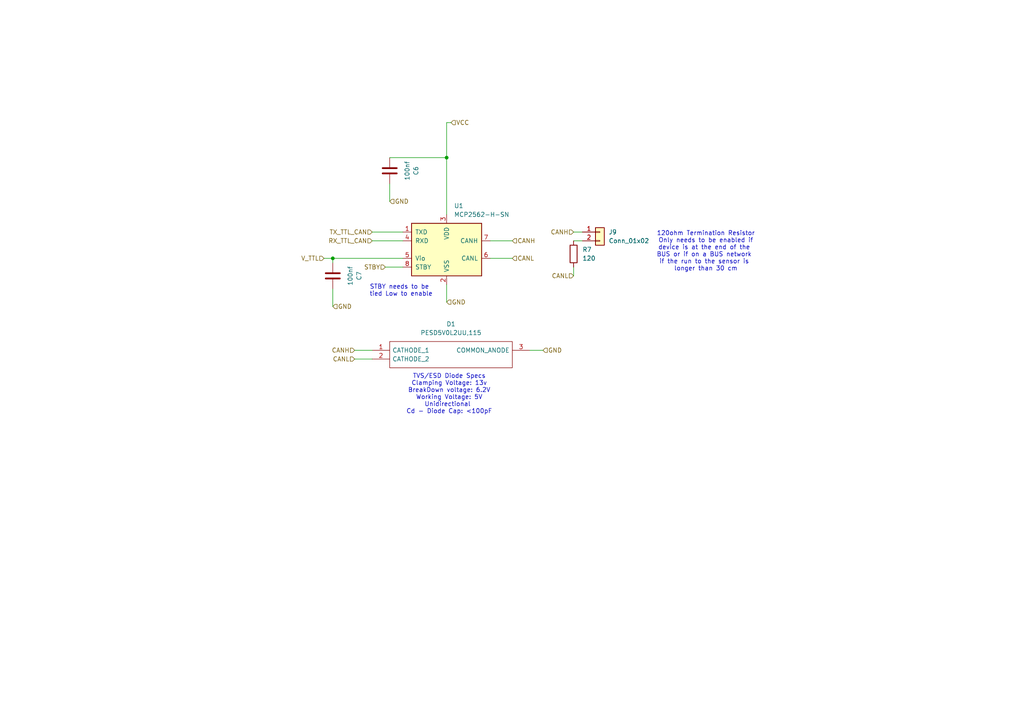
<source format=kicad_sch>
(kicad_sch (version 20250114) (generator "eeschema") (generator_version "9.0")
  (paper "A4")
  (lib_symbols
    (symbol "Connector_Generic:Conn_01x02" (pin_names (offset 1.016) (hide yes))
      (property "Reference" "J" (at 0 2.54 0))
      (property "Value" "Conn_01x02" (at 0 -5.08 0))
      (symbol "Conn_01x02_1_1"
        (rectangle (start -1.27 1.27) (end 1.27 -3.81) (stroke (width 0.254)) (fill (type background)))
        (rectangle (start -1.27 0.127) (end 0 -0.127) (stroke (width 0.1524)))
        (rectangle (start -1.27 -2.413) (end 0 -2.667) (stroke (width 0.1524)))
        (pin passive line (at -5.08 0 0) (length 3.81) (name "Pin_1") (number "1"))
        (pin passive line (at -5.08 -2.54 0) (length 3.81) (name "Pin_2") (number "2"))
      )
    )
    (symbol "Device:C" (pin_numbers (hide yes)) (pin_names (offset 0.254))
      (property "Reference" "C" (at 0.635 2.54 0))
      (property "Value" "C" (at 0.635 -2.54 0))
      (symbol "C_0_1"
        (polyline (pts (xy -2.032 0.762) (xy 2.032 0.762)) (stroke (width 0.508)))
        (polyline (pts (xy -2.032 -0.762) (xy 2.032 -0.762)) (stroke (width 0.508)))
      )
      (symbol "C_1_1"
        (pin passive line (at 0 3.81 270) (length 2.794) (name "~") (number "1"))
        (pin passive line (at 0 -3.81 90) (length 2.794) (name "~") (number "2"))
      )
    )
    (symbol "Device:R" (pin_numbers (hide yes)) (pin_names (offset 0))
      (property "Reference" "R" (at 2.032 0 90))
      (property "Value" "R" (at 0 0 90))
      (symbol "R_0_1"
        (rectangle (start -1.016 -2.54) (end 1.016 2.54) (stroke (width 0.254)))
      )
      (symbol "R_1_1"
        (pin passive line (at 0 3.81 270) (length 1.27) (name "~") (number "1"))
        (pin passive line (at 0 -3.81 90) (length 1.27) (name "~") (number "2"))
      )
    )
    (symbol "Interface_CAN_LIN:MCP2562-H-SN" (pin_names (offset 1.016))
      (property "Reference" "U" (at -10.16 8.89 0))
      (property "Value" "MCP2562-H-SN" (at 2.54 8.89 0))
      (symbol "MCP2562-H-SN_0_1"
        (rectangle (start -10.16 7.62) (end 10.16 -7.62) (stroke (width 0.254)) (fill (type background)))
      )
      (symbol "MCP2562-H-SN_1_1"
        (pin input line (at -12.7 5.08 0) (length 2.54) (name "TXD") (number "1"))
        (pin output line (at -12.7 2.54 0) (length 2.54) (name "RXD") (number "4"))
        (pin power_in line (at -12.7 -2.54 0) (length 2.54) (name "Vio") (number "5"))
        (pin input line (at -12.7 -5.08 0) (length 2.54) (name "STBY") (number "8"))
        (pin power_in line (at 0 10.16 270) (length 2.54) (name "VDD") (number "3"))
        (pin power_in line (at 0 -10.16 90) (length 2.54) (name "VSS") (number "2"))
        (pin bidirectional line (at 12.7 2.54 180) (length 2.54) (name "CANH") (number "7"))
        (pin bidirectional line (at 12.7 -2.54 180) (length 2.54) (name "CANL") (number "6"))
      )
    )
    (symbol "SamacSys_Parts:PESD5V0L2UU,115" (pin_names (offset 0.762))
      (property "Reference" "D" (at 41.91 7.62 0))
      (property "Value" "PESD5V0L2UU,115" (at 41.91 5.08 0))
      (symbol "PESD5V0L2UU,115_0_0"
        (pin passive line (at 0 0 0) (length 5.08) (name "CATHODE_1") (number "1"))
        (pin passive line (at 0 -2.54 0) (length 5.08) (name "CATHODE_2") (number "2"))
        (pin passive line (at 45.72 0 180) (length 5.08) (name "COMMON_ANODE") (number "3"))
      )
      (symbol "PESD5V0L2UU,115_0_1"
        (polyline (pts (xy 5.08 2.54) (xy 40.64 2.54) (xy 40.64 -5.08) (xy 5.08 -5.08) (xy 5.08 2.54)) (stroke (width 0.1524)))
      )
    )
  )
  (text "120ohm Termination Resistor\nOnly needs to be enabled if\ndevice is at the end of the \nBUS or if on a BUS network \nif the run to the sensor is \nlonger than 30 cm" (at 204.724 72.898 0) (effects (font (size 1.27 1.27))))
  (text "TVS/ESD Diode Specs\nClamping Voltage: 13v\nBreakDown voltage: 6.2V\nWorking Voltage: 5V\nUnidirectional \nCd - Diode Cap: <100pF" (at 130.302 114.3 0) (effects (font (size 1.27 1.27))))
  (text "STBY needs to be \ntied Low to enable\n" (at 116.332 84.328 0) (effects (font (size 1.27 1.27))))
  (junction (at 129.54 45.72))
  (junction (at 96.52 74.93))
  (wire (pts (xy 107.95 67.31) (xy 116.84 67.31)))
  (wire (pts (xy 113.03 53.34) (xy 113.03 58.42)))
  (wire (pts (xy 102.87 104.14) (xy 107.95 104.14)))
  (wire (pts (xy 153.67 101.6) (xy 157.48 101.6)))
  (wire (pts (xy 142.24 69.85) (xy 148.59 69.85)))
  (wire (pts (xy 129.54 45.72) (xy 129.54 62.23)))
  (wire (pts (xy 130.81 35.56) (xy 129.54 35.56)))
  (wire (pts (xy 166.37 77.47) (xy 166.37 80.01)))
  (wire (pts (xy 93.98 74.93) (xy 96.52 74.93)))
  (wire (pts (xy 113.03 45.72) (xy 129.54 45.72)))
  (wire (pts (xy 142.24 74.93) (xy 148.59 74.93)))
  (wire (pts (xy 96.52 74.93) (xy 96.52 76.2)))
  (wire (pts (xy 166.37 69.85) (xy 168.91 69.85)))
  (wire (pts (xy 166.37 67.31) (xy 168.91 67.31)))
  (wire (pts (xy 96.52 74.93) (xy 116.84 74.93)))
  (wire (pts (xy 96.52 83.82) (xy 96.52 88.9)))
  (wire (pts (xy 102.87 101.6) (xy 107.95 101.6)))
  (wire (pts (xy 111.76 77.47) (xy 116.84 77.47)))
  (wire (pts (xy 129.54 35.56) (xy 129.54 45.72)))
  (wire (pts (xy 129.54 82.55) (xy 129.54 87.63)))
  (wire (pts (xy 107.95 69.85) (xy 116.84 69.85)))
  (hierarchical_label "V_TTL" (shape input) (at 93.98 74.93 180))
  (hierarchical_label "GND" (shape input) (at 157.48 101.6 0))
  (hierarchical_label "CANL" (shape input) (at 148.59 74.93 0))
  (hierarchical_label "GND" (shape input) (at 96.52 88.9 0))
  (hierarchical_label "CANH" (shape input) (at 148.59 69.85 0))
  (hierarchical_label "CANL" (shape input) (at 102.87 104.14 180))
  (hierarchical_label "RX_TTL_CAN" (shape input) (at 107.95 69.85 180))
  (hierarchical_label "GND" (shape input) (at 129.54 87.63 0))
  (hierarchical_label "CANH" (shape input) (at 102.87 101.6 180))
  (hierarchical_label "VCC" (shape input) (at 130.81 35.56 0))
  (hierarchical_label "STBY" (shape input) (at 111.76 77.47 180))
  (hierarchical_label "GND" (shape input) (at 113.03 58.42 0))
  (hierarchical_label "CANH" (shape input) (at 166.37 67.31 180))
  (hierarchical_label "CANL" (shape input) (at 166.37 80.01 180))
  (hierarchical_label "TX_TTL_CAN" (shape input) (at 107.95 67.31 180))
  (symbol (lib_id "Device:C") (at 96.52 80.01 0) (unit 1)
    (property "Reference" "C7" (at 104.14 80.01 90))
    (property "Value" "100nf" (at 101.6 80.01 90))
    (property "Footprint" "Capacitor_SMD:C_1206_3216Metric_Pad1.33x1.80mm_HandSolder" (effects (hide yes)))
    (property "Description" "Unpolarized capacitor" (effects (hide yes)))
  )
  (symbol (lib_id "SamacSys_Parts:PESD5V0L2UU,115") (at 107.95 101.6 0) (unit 1)
    (property "Reference" "D1" (at 130.81 93.98 0))
    (property "Value" "PESD5V0L2UU,115" (at 130.81 96.52 0))
    (property "Footprint" "SOT65P210X110-3N" (effects (hide yes)))
    (property "Description" "Nexperia PESD5V0L2UU,115, Dual-Element Uni-Directional ESD Protection Diode, 70W, 3-Pin SOT-323" (effects (hide yes)))
    (property "Height" "1.1" (effects (hide yes)))
    (property "Mouser Part Number" "771-PESD5V0L2UU115" (effects (hide yes)))
    (property "Mouser Price/Stock" "https://www.mouser.co.uk/ProductDetail/Nexperia/PESD5V0L2UU115?qs=LMSg3oBIm%2FgBNgVxLPicXA%3D%3D" (effects (hide yes)))
    (property "Manufacturer_Name" "Nexperia" (effects (hide yes)))
    (property "Manufacturer_Part_Number" "PESD5V0L2UU,115" (effects (hide yes)))
  )
  (symbol (lib_id "Connector_Generic:Conn_01x02") (at 173.99 67.31 0) (unit 1)
    (property "Reference" "J9" (at 176.53 67.3099 0) (effects (justify left)))
    (property "Value" "Conn_01x02" (at 176.53 69.8499 0) (effects (justify left)))
    (property "Footprint" "Connector_PinHeader_2.54mm:PinHeader_1x02_P2.54mm_Vertical" (effects (hide yes)))
    (property "Description" "Generic connector, single row, 01x02, script generated (kicad-library-utils/schlib/autogen/connector/)" (effects (hide yes)))
  )
  (symbol (lib_id "Device:C") (at 113.03 49.53 0) (unit 1)
    (property "Reference" "C6" (at 120.65 49.53 90))
    (property "Value" "100nf" (at 118.11 49.53 90))
    (property "Footprint" "Capacitor_SMD:C_1206_3216Metric_Pad1.33x1.80mm_HandSolder" (effects (hide yes)))
    (property "Description" "Unpolarized capacitor" (effects (hide yes)))
  )
  (symbol (lib_id "Device:R") (at 166.37 73.66 0) (unit 1)
    (property "Reference" "R7" (at 168.91 72.3899 0) (effects (justify left)))
    (property "Value" "120" (at 168.91 74.9299 0) (effects (justify left)))
    (property "Footprint" "Resistor_THT:R_Axial_DIN0207_L6.3mm_D2.5mm_P2.54mm_Vertical" (effects (hide yes)))
    (property "Description" "Resistor" (effects (hide yes)))
  )
  (symbol (lib_id "Interface_CAN_LIN:MCP2562-H-SN") (at 129.54 72.39 0) (unit 1)
    (property "Reference" "U1" (at 131.6833 59.69 0) (effects (justify left)))
    (property "Value" "MCP2562-H-SN" (at 131.6833 62.23 0) (effects (justify left)))
    (property "Footprint" "Package_SO:SOIC-8_3.9x4.9mm_P1.27mm" (effects (hide yes)))
    (property "Datasheet" "http://ww1.microchip.com/downloads/en/DeviceDoc/25167A.pdf" (effects (hide yes)))
    (property "Description" "High-Speed CAN Transceiver, 1Mbps, 5V supply, Vio pin, -40C to +150C, SOIC-8" (effects (hide yes)))
  )
)
</source>
